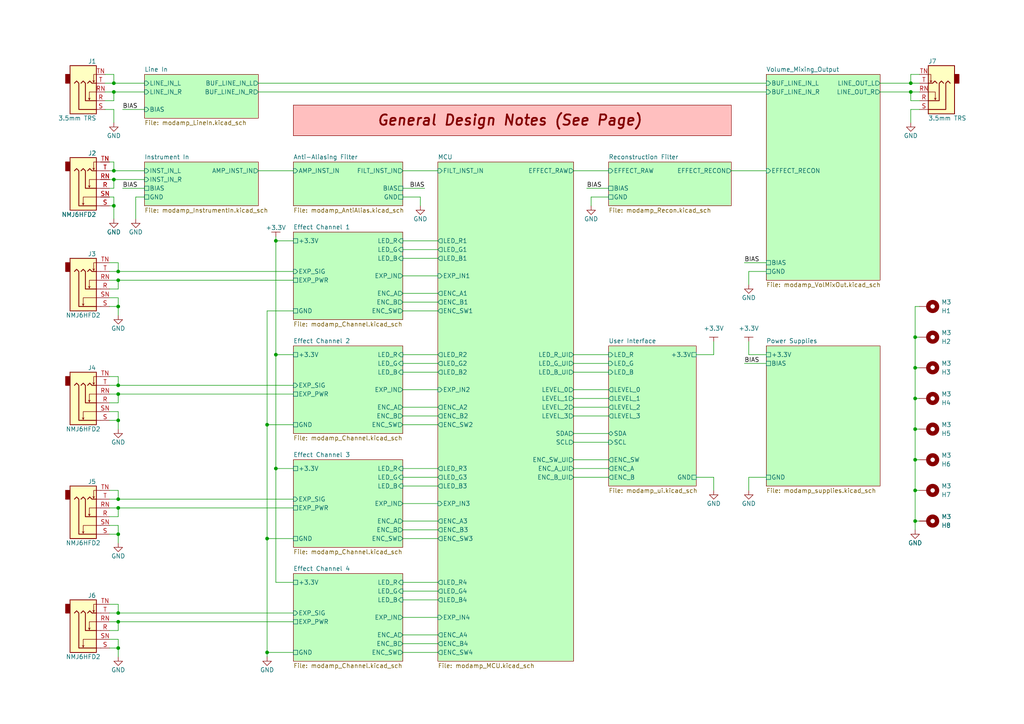
<source format=kicad_sch>
(kicad_sch (version 20230121) (generator eeschema)
  (paper "A4")
  (title_block (title "Digital Audio Effects Processor") (date "2023-11-26") (rev "A") (company "Ishaan Govindarajan"))
  (lib_symbols
    (symbol "Custom-Connector:35RAPC4BHN2"
      (property "Reference" "J" (at -3.81 5.08 0))
      (property "Value" "3.5mm TRS" (at -1.27 -11.43 0))
      (symbol "35RAPC4BHN2_0_1"
        (rectangle (start -5.08 -5.08) (end -6.35 -7.62) (stroke (width 0.254)) (fill (type outline)))
        (polyline (pts (xy 0.508 -0.254) (xy 0.762 -0.762)))
        (polyline (pts (xy 1.778 -5.334) (xy 2.032 -5.842)))
        (polyline (pts (xy 0 -5.08) (xy 0.635 -5.715) (xy 1.27 -5.08) (xy 2.54 -5.08)) (stroke (width 0.254)))
        (polyline (pts (xy 2.54 -7.62) (xy 1.778 -7.62) (xy 1.778 -5.334) (xy 1.524 -5.842)))
        (polyline (pts (xy 2.54 -2.54) (xy 0.508 -2.54) (xy 0.508 -0.254) (xy 0.254 -0.762)))
        (polyline (pts (xy -1.905 -5.08) (xy -1.27 -5.715) (xy -0.635 -5.08) (xy -0.635 0) (xy 2.54 0)) (stroke (width 0.254)))
        (polyline (pts (xy 2.54 2.54) (xy -2.54 2.54) (xy -2.54 -5.08) (xy -3.175 -5.715) (xy -3.81 -5.08)) (stroke (width 0.254)))
        (rectangle (start 2.54 3.81) (end -5.08 -10.16) (stroke (width 0.254)) (fill (type background)))
      )
      (symbol "35RAPC4BHN2_1_1"
        (pin passive line (at 5.08 0 180) (length 2.54) (name "~") (number "R"))
        (pin passive line (at 5.08 -2.54 180) (length 2.54) (name "~") (number "RN"))
        (pin passive line (at 5.08 2.54 180) (length 2.54) (name "~") (number "S"))
        (pin passive line (at 5.08 -5.08 180) (length 2.54) (name "~") (number "T"))
        (pin passive line (at 5.08 -7.62 180) (length 2.54) (name "~") (number "TN"))
      )
    )
    (symbol "Custom-Connector:NMJ6HFD2"
      (property "Reference" "J" (at 0 11.43 0))
      (property "Value" "NMJ6HFD2" (at 0 8.89 0))
      (symbol "NMJ6HFD2_0_1"
        (rectangle (start -6.35 -5.08) (end -7.62 -7.62) (stroke (width 0.254)) (fill (type outline)))
        (polyline (pts (xy -2.54 4.826) (xy -2.286 4.318)))
        (polyline (pts (xy -0.762 -0.254) (xy -0.508 -0.762)))
        (polyline (pts (xy 0.508 -5.334) (xy 0.762 -5.842)))
        (polyline (pts (xy 1.27 0) (xy 2.54 0)))
        (polyline (pts (xy 2.54 -5.08) (xy 1.27 -5.08)))
        (polyline (pts (xy 2.54 5.08) (xy 1.27 5.08)))
        (polyline (pts (xy -1.27 -5.08) (xy -0.635 -5.715) (xy 0 -5.08) (xy 1.27 -5.08)) (stroke (width 0.254)))
        (polyline (pts (xy 2.54 -7.62) (xy 0.508 -7.62) (xy 0.508 -5.334) (xy 0.254 -5.842)))
        (polyline (pts (xy 2.54 -2.54) (xy -0.762 -2.54) (xy -0.762 -0.254) (xy -1.016 -0.762)))
        (polyline (pts (xy 2.54 2.54) (xy -2.54 2.54) (xy -2.54 4.826) (xy -2.794 4.318)))
        (polyline (pts (xy -3.175 -5.08) (xy -2.54 -5.715) (xy -1.905 -5.08) (xy -1.905 0) (xy 1.27 0)) (stroke (width 0.254)))
        (polyline (pts (xy 1.27 5.08) (xy -3.81 5.08) (xy -3.81 -5.08) (xy -4.445 -5.715) (xy -5.08 -5.08)) (stroke (width 0.254)))
        (rectangle (start 1.27 6.35) (end -6.35 -8.89) (stroke (width 0.254)) (fill (type background)))
      )
      (symbol "NMJ6HFD2_1_1"
        (pin passive line (at 5.08 0 180) (length 2.54) (name "~") (number "R"))
        (pin passive line (at 5.08 -2.54 180) (length 2.54) (name "~") (number "RN"))
        (pin passive line (at 5.08 5.08 180) (length 2.54) (name "~") (number "S"))
        (pin passive line (at 5.08 2.54 180) (length 2.54) (name "~") (number "SN"))
        (pin passive line (at 5.08 -5.08 180) (length 2.54) (name "~") (number "T"))
        (pin passive line (at 5.08 -7.62 180) (length 2.54) (name "~") (number "TN"))
      )
    )
    (symbol "Custom-PwrSym:+3.3V" (power) (pin_names (offset 0))
      (property "Value" "+3.3V" (at 0 2.54 0))
      (symbol "+3.3V_0_1"
        (polyline (pts (xy -1.27 1.27) (xy 1.27 1.27)))
        (polyline (pts (xy 0 0) (xy 0 1.27)))
      )
      (symbol "+3.3V_1_1"
        (pin power_in line (at 0 0 90) (length 0) hide (name "+3.3V") (number "1"))
      )
    )
    (symbol "Mechanical:MountingHole_Pad" (pin_numbers hide) (pin_names (offset 1.016) hide)
      (property "Reference" "H" (at 0 6.35 0))
      (property "Value" "MountingHole_Pad" (at 0 4.445 0))
      (symbol "MountingHole_Pad_0_1"
        (circle (center 0 1.27) (radius 1.27) (stroke (width 1.27)))
      )
      (symbol "MountingHole_Pad_1_1"
        (pin input line (at 0 -2.54 90) (length 2.54) (name "1") (number "1"))
      )
    )
    (symbol "power:GND" (power) (pin_names (offset 0))
      (property "Value" "GND" (at 0 -3.81 0))
      (symbol "GND_0_1"
        (polyline (pts (xy 0 0) (xy 0 -1.27) (xy 1.27 -1.27) (xy 0 -2.54) (xy -1.27 -1.27) (xy 0 -1.27)))
      )
      (symbol "GND_1_1"
        (pin power_in line (at 0 0 270) (length 0) hide (name "GND") (number "1"))
      )
    )
  )
  (junction (at 33.02 52.07))
  (junction (at 265.43 133.35))
  (junction (at 77.47 123.19))
  (junction (at 34.29 187.96))
  (junction (at 34.29 121.92))
  (junction (at 34.29 114.3))
  (junction (at 77.47 189.23))
  (junction (at 265.43 142.24))
  (junction (at 34.29 78.74))
  (junction (at 34.29 147.32))
  (junction (at 33.02 26.67))
  (junction (at 34.29 81.28))
  (junction (at 34.29 144.78))
  (junction (at 77.47 156.21))
  (junction (at 265.43 151.13))
  (junction (at 33.02 59.69))
  (junction (at 80.01 69.85))
  (junction (at 34.29 111.76))
  (junction (at 80.01 135.89))
  (junction (at 80.01 102.87))
  (junction (at 265.43 97.79))
  (junction (at 34.29 177.8))
  (junction (at 265.43 115.57))
  (junction (at 33.02 49.53))
  (junction (at 34.29 88.9))
  (junction (at 34.29 180.34))
  (junction (at 265.43 124.46))
  (junction (at 264.16 26.67))
  (junction (at 34.29 154.94))
  (junction (at 33.02 24.13))
  (junction (at 264.16 24.13))
  (junction (at 265.43 106.68))
  (wire (pts (xy 217.17 142.24) (xy 217.17 138.43)))
  (wire (pts (xy 31.75 81.28) (xy 34.29 81.28)))
  (wire (pts (xy 116.84 146.05) (xy 127 146.05)))
  (wire (pts (xy 34.29 88.9) (xy 34.29 91.44)))
  (wire (pts (xy 80.01 102.87) (xy 85.09 102.87)))
  (wire (pts (xy 116.84 90.17) (xy 127 90.17)))
  (wire (pts (xy 31.75 86.36) (xy 34.29 86.36)))
  (wire (pts (xy 31.75 46.99) (xy 33.02 46.99)))
  (wire (pts (xy 34.29 121.92) (xy 34.29 124.46)))
  (wire (pts (xy 166.37 128.27) (xy 176.53 128.27)))
  (wire (pts (xy 166.37 107.95) (xy 176.53 107.95)))
  (wire (pts (xy 33.02 26.67) (xy 33.02 29.21)))
  (wire (pts (xy 80.01 68.58) (xy 80.01 69.85)))
  (wire (pts (xy 207.01 138.43) (xy 201.93 138.43)))
  (wire (pts (xy 33.02 35.56) (xy 33.02 31.75)))
  (wire (pts (xy 34.29 114.3) (xy 85.09 114.3)))
  (wire (pts (xy 33.02 24.13) (xy 41.91 24.13)))
  (wire (pts (xy 266.7 97.79) (xy 265.43 97.79)))
  (wire (pts (xy 33.02 57.15) (xy 31.75 57.15)))
  (wire (pts (xy 121.92 57.15) (xy 116.84 57.15)))
  (wire (pts (xy 85.09 189.23) (xy 77.47 189.23)))
  (wire (pts (xy 123.19 54.61) (xy 116.84 54.61)))
  (wire (pts (xy 166.37 118.11) (xy 176.53 118.11)))
  (wire (pts (xy 34.29 149.86) (xy 31.75 149.86)))
  (wire (pts (xy 85.09 144.78) (xy 34.29 144.78)))
  (wire (pts (xy 116.84 120.65) (xy 127 120.65)))
  (wire (pts (xy 85.09 111.76) (xy 34.29 111.76)))
  (wire (pts (xy 80.01 69.85) (xy 85.09 69.85)))
  (wire (pts (xy 116.84 189.23) (xy 127 189.23)))
  (wire (pts (xy 166.37 138.43) (xy 176.53 138.43)))
  (wire (pts (xy 33.02 29.21) (xy 30.48 29.21)))
  (wire (pts (xy 34.29 185.42) (xy 34.29 187.96)))
  (wire (pts (xy 34.29 147.32) (xy 34.29 149.86)))
  (wire (pts (xy 31.75 152.4) (xy 34.29 152.4)))
  (wire (pts (xy 255.27 26.67) (xy 264.16 26.67)))
  (wire (pts (xy 34.29 109.22) (xy 34.29 111.76)))
  (wire (pts (xy 166.37 125.73) (xy 176.53 125.73)))
  (wire (pts (xy 85.09 177.8) (xy 34.29 177.8)))
  (wire (pts (xy 116.84 102.87) (xy 127 102.87)))
  (wire (pts (xy 166.37 115.57) (xy 176.53 115.57)))
  (wire (pts (xy 34.29 86.36) (xy 34.29 88.9)))
  (wire (pts (xy 166.37 120.65) (xy 176.53 120.65)))
  (wire (pts (xy 74.93 24.13) (xy 222.25 24.13)))
  (wire (pts (xy 80.01 102.87) (xy 80.01 135.89)))
  (wire (pts (xy 217.17 138.43) (xy 222.25 138.43)))
  (wire (pts (xy 80.01 135.89) (xy 80.01 168.91)))
  (wire (pts (xy 77.47 123.19) (xy 77.47 156.21)))
  (wire (pts (xy 116.84 113.03) (xy 127 113.03)))
  (wire (pts (xy 31.75 88.9) (xy 34.29 88.9)))
  (wire (pts (xy 74.93 26.67) (xy 222.25 26.67)))
  (wire (pts (xy 33.02 26.67) (xy 41.91 26.67)))
  (wire (pts (xy 34.29 76.2) (xy 34.29 78.74)))
  (wire (pts (xy 116.84 118.11) (xy 127 118.11)))
  (wire (pts (xy 166.37 49.53) (xy 176.53 49.53)))
  (wire (pts (xy 31.75 180.34) (xy 34.29 180.34)))
  (wire (pts (xy 31.75 187.96) (xy 34.29 187.96)))
  (wire (pts (xy 116.84 74.93) (xy 127 74.93)))
  (wire (pts (xy 265.43 106.68) (xy 265.43 115.57)))
  (wire (pts (xy 171.45 57.15) (xy 171.45 59.69)))
  (wire (pts (xy 265.43 151.13) (xy 265.43 153.67)))
  (wire (pts (xy 116.84 179.07) (xy 127 179.07)))
  (wire (pts (xy 34.29 152.4) (xy 34.29 154.94)))
  (wire (pts (xy 264.16 26.67) (xy 264.16 29.21)))
  (wire (pts (xy 34.29 119.38) (xy 34.29 121.92)))
  (wire (pts (xy 31.75 175.26) (xy 34.29 175.26)))
  (wire (pts (xy 31.75 59.69) (xy 33.02 59.69)))
  (wire (pts (xy 116.84 186.69) (xy 127 186.69)))
  (wire (pts (xy 266.7 88.9) (xy 265.43 88.9)))
  (wire (pts (xy 31.75 177.8) (xy 34.29 177.8)))
  (wire (pts (xy 31.75 111.76) (xy 34.29 111.76)))
  (wire (pts (xy 121.92 57.15) (xy 121.92 59.69)))
  (wire (pts (xy 77.47 189.23) (xy 77.47 190.5)))
  (wire (pts (xy 207.01 142.24) (xy 207.01 138.43)))
  (wire (pts (xy 116.84 49.53) (xy 127 49.53)))
  (wire (pts (xy 33.02 49.53) (xy 41.91 49.53)))
  (wire (pts (xy 171.45 57.15) (xy 176.53 57.15)))
  (wire (pts (xy 215.9 105.41) (xy 222.25 105.41)))
  (wire (pts (xy 34.29 114.3) (xy 34.29 116.84)))
  (wire (pts (xy 77.47 156.21) (xy 77.47 189.23)))
  (wire (pts (xy 85.09 90.17) (xy 77.47 90.17)))
  (wire (pts (xy 116.84 153.67) (xy 127 153.67)))
  (wire (pts (xy 207.01 102.87) (xy 201.93 102.87)))
  (wire (pts (xy 264.16 24.13) (xy 266.7 24.13)))
  (wire (pts (xy 116.84 138.43) (xy 127 138.43)))
  (wire (pts (xy 116.84 135.89) (xy 127 135.89)))
  (wire (pts (xy 33.02 59.69) (xy 33.02 63.5)))
  (wire (pts (xy 166.37 102.87) (xy 176.53 102.87)))
  (wire (pts (xy 166.37 135.89) (xy 176.53 135.89)))
  (wire (pts (xy 116.84 140.97) (xy 127 140.97)))
  (wire (pts (xy 264.16 31.75) (xy 266.7 31.75)))
  (wire (pts (xy 217.17 102.87) (xy 222.25 102.87)))
  (wire (pts (xy 116.84 85.09) (xy 127 85.09)))
  (wire (pts (xy 116.84 156.21) (xy 127 156.21)))
  (wire (pts (xy 166.37 113.03) (xy 176.53 113.03)))
  (wire (pts (xy 116.84 171.45) (xy 127 171.45)))
  (wire (pts (xy 265.43 124.46) (xy 265.43 133.35)))
  (wire (pts (xy 265.43 115.57) (xy 265.43 124.46)))
  (wire (pts (xy 31.75 121.92) (xy 34.29 121.92)))
  (wire (pts (xy 264.16 29.21) (xy 266.7 29.21)))
  (wire (pts (xy 85.09 78.74) (xy 34.29 78.74)))
  (wire (pts (xy 217.17 78.74) (xy 222.25 78.74)))
  (wire (pts (xy 80.01 168.91) (xy 85.09 168.91)))
  (wire (pts (xy 34.29 187.96) (xy 34.29 190.5)))
  (wire (pts (xy 31.75 154.94) (xy 34.29 154.94)))
  (wire (pts (xy 215.9 76.2) (xy 222.25 76.2)))
  (wire (pts (xy 34.29 81.28) (xy 34.29 83.82)))
  (wire (pts (xy 34.29 182.88) (xy 31.75 182.88)))
  (wire (pts (xy 34.29 154.94) (xy 34.29 157.48)))
  (wire (pts (xy 212.09 49.53) (xy 222.25 49.53)))
  (wire (pts (xy 265.43 88.9) (xy 265.43 97.79)))
  (wire (pts (xy 116.84 105.41) (xy 127 105.41)))
  (wire (pts (xy 31.75 147.32) (xy 34.29 147.32)))
  (wire (pts (xy 116.84 80.01) (xy 127 80.01)))
  (wire (pts (xy 31.75 109.22) (xy 34.29 109.22)))
  (wire (pts (xy 264.16 26.67) (xy 266.7 26.67)))
  (wire (pts (xy 266.7 115.57) (xy 265.43 115.57)))
  (wire (pts (xy 116.84 123.19) (xy 127 123.19)))
  (wire (pts (xy 266.7 133.35) (xy 265.43 133.35)))
  (wire (pts (xy 33.02 26.67) (xy 30.48 26.67)))
  (wire (pts (xy 116.84 107.95) (xy 127 107.95)))
  (wire (pts (xy 33.02 31.75) (xy 30.48 31.75)))
  (wire (pts (xy 31.75 54.61) (xy 33.02 54.61)))
  (wire (pts (xy 217.17 99.06) (xy 217.17 102.87)))
  (wire (pts (xy 31.75 76.2) (xy 34.29 76.2)))
  (wire (pts (xy 170.18 54.61) (xy 176.53 54.61)))
  (wire (pts (xy 116.84 72.39) (xy 127 72.39)))
  (wire (pts (xy 34.29 81.28) (xy 85.09 81.28)))
  (wire (pts (xy 39.37 57.15) (xy 39.37 63.5)))
  (wire (pts (xy 33.02 52.07) (xy 41.91 52.07)))
  (wire (pts (xy 264.16 24.13) (xy 264.16 21.59)))
  (wire (pts (xy 39.37 57.15) (xy 41.91 57.15)))
  (wire (pts (xy 74.93 49.53) (xy 85.09 49.53)))
  (wire (pts (xy 31.75 144.78) (xy 34.29 144.78)))
  (wire (pts (xy 264.16 35.56) (xy 264.16 31.75)))
  (wire (pts (xy 34.29 180.34) (xy 34.29 182.88)))
  (wire (pts (xy 33.02 24.13) (xy 30.48 24.13)))
  (wire (pts (xy 35.56 31.75) (xy 41.91 31.75)))
  (wire (pts (xy 77.47 90.17) (xy 77.47 123.19)))
  (wire (pts (xy 31.75 78.74) (xy 34.29 78.74)))
  (wire (pts (xy 34.29 147.32) (xy 85.09 147.32)))
  (wire (pts (xy 217.17 82.55) (xy 217.17 78.74)))
  (wire (pts (xy 80.01 69.85) (xy 80.01 102.87)))
  (wire (pts (xy 85.09 123.19) (xy 77.47 123.19)))
  (wire (pts (xy 266.7 142.24) (xy 265.43 142.24)))
  (wire (pts (xy 34.29 116.84) (xy 31.75 116.84)))
  (wire (pts (xy 116.84 173.99) (xy 127 173.99)))
  (wire (pts (xy 34.29 142.24) (xy 34.29 144.78)))
  (wire (pts (xy 31.75 142.24) (xy 34.29 142.24)))
  (wire (pts (xy 116.84 69.85) (xy 127 69.85)))
  (wire (pts (xy 31.75 52.07) (xy 33.02 52.07)))
  (wire (pts (xy 33.02 54.61) (xy 33.02 52.07)))
  (wire (pts (xy 31.75 49.53) (xy 33.02 49.53)))
  (wire (pts (xy 265.43 97.79) (xy 265.43 106.68)))
  (wire (pts (xy 31.75 119.38) (xy 34.29 119.38)))
  (wire (pts (xy 33.02 21.59) (xy 30.48 21.59)))
  (wire (pts (xy 33.02 46.99) (xy 33.02 49.53)))
  (wire (pts (xy 116.84 168.91) (xy 127 168.91)))
  (wire (pts (xy 166.37 133.35) (xy 176.53 133.35)))
  (wire (pts (xy 35.56 54.61) (xy 41.91 54.61)))
  (wire (pts (xy 207.01 99.06) (xy 207.01 102.87)))
  (wire (pts (xy 266.7 124.46) (xy 265.43 124.46)))
  (wire (pts (xy 80.01 135.89) (xy 85.09 135.89)))
  (wire (pts (xy 116.84 87.63) (xy 127 87.63)))
  (wire (pts (xy 265.43 151.13) (xy 266.7 151.13)))
  (wire (pts (xy 31.75 114.3) (xy 34.29 114.3)))
  (wire (pts (xy 85.09 156.21) (xy 77.47 156.21)))
  (wire (pts (xy 31.75 185.42) (xy 34.29 185.42)))
  (wire (pts (xy 33.02 24.13) (xy 33.02 21.59)))
  (wire (pts (xy 166.37 105.41) (xy 176.53 105.41)))
  (wire (pts (xy 34.29 175.26) (xy 34.29 177.8)))
  (wire (pts (xy 116.84 184.15) (xy 127 184.15)))
  (wire (pts (xy 33.02 57.15) (xy 33.02 59.69)))
  (wire (pts (xy 265.43 142.24) (xy 265.43 151.13)))
  (wire (pts (xy 255.27 24.13) (xy 264.16 24.13)))
  (wire (pts (xy 116.84 151.13) (xy 127 151.13)))
  (wire (pts (xy 264.16 21.59) (xy 266.7 21.59)))
  (wire (pts (xy 34.29 83.82) (xy 31.75 83.82)))
  (wire (pts (xy 266.7 106.68) (xy 265.43 106.68)))
  (wire (pts (xy 265.43 133.35) (xy 265.43 142.24)))
  (wire (pts (xy 34.29 180.34) (xy 85.09 180.34)))
  (text "General Design Notes (See Page)" (at 109.22 36.83 0) (effects (font (size 3 3) (thickness 0.508) bold italic) (justify left bottom)))
  (label "BIAS" (at 35.56 31.75 0))
  (label "BIAS" (at 123.19 54.61 180))
  (label "BIAS" (at 35.56 54.61 0))
  (label "BIAS" (at 170.18 54.61 0))
  (label "BIAS" (at 215.9 76.2 0))
  (label "BIAS" (at 215.9 105.41 0))
  (symbol (lib_id "Custom-Connector:35RAPC4BHN2") (at 271.78 29.21 180) (unit 1)
    (property "Reference" "J7" (at 269.24 17.78 0) (effects (justify right)))
    (property "Value" "3.5mm TRS" (at 269.24 34.29 0) (effects (justify right)))
    (property "Footprint" "Custom-Connector:PJ-307" (effects hide))
    (property "Datasheet" "https://www.switchcraft.com/assets/1/24/35rapc__hn2_cd.pdf?4712" (effects hide))
    (property "Manufacturer" "Switchcraft Inc." (effects hide))
    (property "Part Number" "35RAPC4BHN2" (effects hide))
  )
  (symbol (lib_id "Mechanical:MountingHole_Pad") (at 269.24 142.24 270) (unit 1) (in_bom no)
    (property "Reference" "H7" (at 273.05 143.51 90) (effects (justify left)))
    (property "Value" "M3" (at 273.05 140.97 90) (effects (justify left)))
    (property "Footprint" "MountingHole:MountingHole_3.2mm_M3_Pad" (effects hide))
  )
  (symbol (lib_id "power:GND") (at 33.02 35.56 0) (mirror y) (unit 1)
    (property "Reference" "#PWR01" (effects hide))
    (property "Value" "GND" (at 33.02 39.37 0))
  )
  (symbol (lib_id "Custom-Connector:NMJ6HFD2") (at 26.67 83.82 0) (mirror x) (unit 1)
    (property "Reference" "J3" (at 26.67 73.66 0))
    (property "Value" "NMJ6HFD2" (at 24.13 91.44 0))
    (property "Footprint" "Custom-Connector:Jack_6.35mm_Neutrik_NMJ6HFD2_Horizontal" (effects hide))
    (property "Datasheet" "https://www.neutrik.com/media/8586/download/st-nmj6hfd2.PDF?v=4" (effects hide))
    (property "Manufacturer" "Neutrik" (effects hide))
    (property "Part Number" "NMJ6HFD2" (effects hide))
  )
  (symbol (lib_id "power:GND") (at 34.29 190.5 0) (mirror y) (unit 1)
    (property "Reference" "#PWR06" (effects hide))
    (property "Value" "GND" (at 34.29 194.31 0))
  )
  (symbol (lib_id "Mechanical:MountingHole_Pad") (at 269.24 88.9 270) (unit 1) (in_bom no)
    (property "Reference" "H1" (at 273.05 90.17 90) (effects (justify left)))
    (property "Value" "M3" (at 273.05 87.63 90) (effects (justify left)))
    (property "Footprint" "MountingHole:MountingHole_3.2mm_M3_Pad" (effects hide))
  )
  (symbol (lib_id "Custom-Connector:NMJ6HFD2") (at 26.67 116.84 0) (mirror x) (unit 1)
    (property "Reference" "J4" (at 26.67 106.68 0))
    (property "Value" "NMJ6HFD2" (at 24.13 124.46 0))
    (property "Footprint" "Custom-Connector:Jack_6.35mm_Neutrik_NMJ6HFD2_Horizontal" (effects hide))
    (property "Datasheet" "https://www.neutrik.com/media/8586/download/st-nmj6hfd2.PDF?v=4" (effects hide))
    (property "Manufacturer" "Neutrik" (effects hide))
    (property "Part Number" "NMJ6HFD2" (effects hide))
  )
  (symbol (lib_id "Mechanical:MountingHole_Pad") (at 269.24 106.68 270) (unit 1) (in_bom no)
    (property "Reference" "H3" (at 273.05 107.95 90) (effects (justify left)))
    (property "Value" "M3" (at 273.05 105.41 90) (effects (justify left)))
    (property "Footprint" "MountingHole:MountingHole_3.2mm_M3_Pad" (effects hide))
  )
  (symbol (lib_id "power:GND") (at 39.37 63.5 0) (unit 1)
    (property "Reference" "#PWR07" (effects hide))
    (property "Value" "GND" (at 39.37 67.31 0))
  )
  (symbol (lib_id "Custom-PwrSym:+3.3V") (at 80.01 68.58 0) (unit 1)
    (property "Reference" "#PWR09" (effects hide))
    (property "Value" "+3.3V" (at 80.01 66.04 0))
  )
  (symbol (lib_id "power:GND") (at 217.17 142.24 0) (unit 1)
    (property "Reference" "#PWR014" (effects hide))
    (property "Value" "GND" (at 217.17 146.05 0))
  )
  (symbol (lib_id "Mechanical:MountingHole_Pad") (at 269.24 97.79 270) (unit 1) (in_bom no)
    (property "Reference" "H2" (at 273.05 99.06 90) (effects (justify left)))
    (property "Value" "M3" (at 273.05 96.52 90) (effects (justify left)))
    (property "Footprint" "MountingHole:MountingHole_3.2mm_M3_Pad" (effects hide))
  )
  (symbol (lib_id "power:GND") (at 34.29 157.48 0) (mirror y) (unit 1)
    (property "Reference" "#PWR05" (effects hide))
    (property "Value" "GND" (at 34.29 161.29 0))
  )
  (symbol (lib_id "Mechanical:MountingHole_Pad") (at 269.24 151.13 270) (unit 1) (in_bom no)
    (property "Reference" "H8" (at 273.05 152.4 90) (effects (justify left)))
    (property "Value" "M3" (at 273.05 149.86 90) (effects (justify left)))
    (property "Footprint" "MountingHole:MountingHole_3.2mm_M3_Pad" (effects hide))
  )
  (symbol (lib_id "power:GND") (at 33.02 63.5 0) (mirror y) (unit 1)
    (property "Reference" "#PWR02" (effects hide))
    (property "Value" "GND" (at 33.02 67.31 0))
  )
  (symbol (lib_id "power:GND") (at 264.16 35.56 0) (unit 1)
    (property "Reference" "#PWR015" (effects hide))
    (property "Value" "GND" (at 264.16 39.37 0))
  )
  (symbol (lib_id "power:GND") (at 207.01 142.24 0) (mirror y) (unit 1)
    (property "Reference" "#PWR011" (effects hide))
    (property "Value" "GND" (at 207.01 146.05 0))
  )
  (symbol (lib_id "power:GND") (at 77.47 190.5 0) (unit 1)
    (property "Reference" "#PWR08" (effects hide))
    (property "Value" "GND" (at 77.47 194.31 0))
  )
  (symbol (lib_id "power:GND") (at 265.43 153.67 0) (mirror y) (unit 1)
    (property "Reference" "#PWR016" (effects hide))
    (property "Value" "GND" (at 265.43 157.48 0))
  )
  (symbol (lib_id "Custom-Connector:NMJ6HFD2") (at 26.67 182.88 0) (mirror x) (unit 1)
    (property "Reference" "J6" (at 26.67 172.72 0))
    (property "Value" "NMJ6HFD2" (at 24.13 190.5 0))
    (property "Footprint" "Custom-Connector:Jack_6.35mm_Neutrik_NMJ6HFD2_Horizontal" (effects hide))
    (property "Datasheet" "https://www.neutrik.com/media/8586/download/st-nmj6hfd2.PDF?v=4" (effects hide))
    (property "Manufacturer" "Neutrik" (effects hide))
    (property "Part Number" "NMJ6HFD2" (effects hide))
  )
  (symbol (lib_id "Custom-PwrSym:+3.3V") (at 217.17 99.06 0) (unit 1)
    (property "Reference" "#PWR013" (effects hide))
    (property "Value" "+3.3V" (at 217.17 95.25 0))
  )
  (symbol (lib_id "Custom-Connector:NMJ6HFD2") (at 26.67 149.86 0) (mirror x) (unit 1)
    (property "Reference" "J5" (at 26.67 139.7 0))
    (property "Value" "NMJ6HFD2" (at 24.13 157.48 0))
    (property "Footprint" "Custom-Connector:Jack_6.35mm_Neutrik_NMJ6HFD2_Horizontal" (effects hide))
    (property "Datasheet" "https://www.neutrik.com/media/8586/download/st-nmj6hfd2.PDF?v=4" (effects hide))
    (property "Manufacturer" "Neutrik" (effects hide))
    (property "Part Number" "NMJ6HFD2" (effects hide))
  )
  (symbol (lib_id "power:GND") (at 121.92 59.69 0) (mirror y) (unit 1)
    (property "Reference" "#PWR028" (effects hide))
    (property "Value" "GND" (at 121.92 63.5 0))
  )
  (symbol (lib_id "Mechanical:MountingHole_Pad") (at 269.24 133.35 270) (unit 1) (in_bom no)
    (property "Reference" "H6" (at 273.05 134.62 90) (effects (justify left)))
    (property "Value" "M3" (at 273.05 132.08 90) (effects (justify left)))
    (property "Footprint" "MountingHole:MountingHole_3.2mm_M3_Pad" (effects hide))
  )
  (symbol (lib_id "power:GND") (at 171.45 59.69 0) (unit 1)
    (property "Reference" "#PWR029" (effects hide))
    (property "Value" "GND" (at 171.45 63.5 0))
  )
  (symbol (lib_id "power:GND") (at 34.29 124.46 0) (mirror y) (unit 1)
    (property "Reference" "#PWR04" (effects hide))
    (property "Value" "GND" (at 34.29 128.27 0))
  )
  (symbol (lib_id "power:GND") (at 217.17 82.55 0) (unit 1)
    (property "Reference" "#PWR012" (effects hide))
    (property "Value" "GND" (at 217.17 86.36 0))
  )
  (symbol (lib_id "Mechanical:MountingHole_Pad") (at 269.24 124.46 270) (unit 1) (in_bom no)
    (property "Reference" "H5" (at 273.05 125.73 90) (effects (justify left)))
    (property "Value" "M3" (at 273.05 123.19 90) (effects (justify left)))
    (property "Footprint" "MountingHole:MountingHole_3.2mm_M3_Pad" (effects hide))
  )
  (symbol (lib_id "Mechanical:MountingHole_Pad") (at 269.24 115.57 270) (unit 1) (in_bom no)
    (property "Reference" "H4" (at 273.05 116.84 90) (effects (justify left)))
    (property "Value" "M3" (at 273.05 114.3 90) (effects (justify left)))
    (property "Footprint" "MountingHole:MountingHole_3.2mm_M3_Pad" (effects hide))
  )
  (symbol (lib_id "Custom-PwrSym:+3.3V") (at 207.01 99.06 0) (mirror y) (unit 1)
    (property "Reference" "#PWR010" (effects hide))
    (property "Value" "+3.3V" (at 207.01 95.25 0))
  )
  (symbol (lib_id "Custom-Connector:NMJ6HFD2") (at 26.67 54.61 0) (mirror x) (unit 1)
    (property "Reference" "J2" (at 27.94 44.45 0) (effects (justify right)))
    (property "Value" "NMJ6HFD2" (at 27.94 62.23 0) (effects (justify right)))
    (property "Footprint" "Custom-Connector:Jack_6.35mm_Neutrik_NMJ6HFD2_Horizontal" (effects hide))
    (property "Datasheet" "https://www.neutrik.com/media/8586/download/st-nmj6hfd2.PDF?v=4" (effects hide))
    (property "Manufacturer" "Neutrik" (effects hide))
    (property "Part Number" "NMJ6HFD2" (effects hide))
  )
  (symbol (lib_id "power:GND") (at 34.29 91.44 0) (mirror y) (unit 1)
    (property "Reference" "#PWR03" (effects hide))
    (property "Value" "GND" (at 34.29 95.25 0))
  )
  (symbol (lib_id "Custom-Connector:35RAPC4BHN2") (at 25.4 29.21 0) (mirror x) (unit 1)
    (property "Reference" "J1" (at 27.94 17.78 0) (effects (justify right)))
    (property "Value" "3.5mm TRS" (at 27.94 34.29 0) (effects (justify right)))
    (property "Footprint" "Custom-Connector:PJ-307" (effects hide))
    (property "Datasheet" "https://www.switchcraft.com/assets/1/24/35rapc__hn2_cd.pdf?4712" (effects hide))
    (property "Manufacturer" "Switchcraft Inc." (effects hide))
    (property "Part Number" "35RAPC4BHN2" (effects hide))
  )
  (sheet (at 85.09 46.99) (size 31.75 12.7) (stroke (width 0.1524)) (fill (color 191 255 191 1.0000))
    (property "Sheetname" "Anti-Aliasing Filter" (at 85.09 46.2784 0) (effects (justify left bottom)))
    (property "Sheetfile" "modamp_AntiAlias.kicad_sch" (at 85.09 60.2746 0) (effects (justify left top)))
    (pin "FILT_INST_IN" output (at 116.84 49.53 0))
    (pin "AMP_INST_IN" input (at 85.09 49.53 180))
    (pin "BIAS" passive (at 116.84 54.61 0))
    (pin "GND" passive (at 116.84 57.15 0))
  )
  (sheet (at 222.25 100.33) (size 33.02 40.64) (stroke (width 0.1524)) (fill (color 191 255 191 1.0000))
    (property "Sheetname" "Power Supplies" (at 222.25 99.6184 0) (effects (justify left bottom)))
    (property "Sheetfile" "modamp_supplies.kicad_sch" (at 222.25 141.5546 0) (effects (justify left top)))
    (pin "+3.3V" passive (at 222.25 102.87 180))
    (pin "GND" passive (at 222.25 138.43 180))
    (pin "BIAS" passive (at 222.25 105.41 180))
  )
  (sheet (at 85.09 166.37) (size 31.75 25.4) (stroke (width 0.1524)) (fill (color 191 255 191 1.0000))
    (property "Sheetname" "Effect Channel 4" (at 85.09 165.6584 0) (effects (justify left bottom)))
    (property "Sheetfile" "modamp_Channel.kicad_sch" (at 85.09 192.3546 0) (effects (justify left top)))
    (pin "LED_R" input (at 116.84 168.91 0))
    (pin "LED_G" input (at 116.84 171.45 0))
    (pin "LED_B" input (at 116.84 173.99 0))
    (pin "+3.3V" passive (at 85.09 168.91 180))
    (pin "EXP_IN" output (at 116.84 179.07 0))
    (pin "GND" passive (at 85.09 189.23 180))
    (pin "ENC_A" output (at 116.84 184.15 0))
    (pin "ENC_B" output (at 116.84 186.69 0))
    (pin "ENC_SW" output (at 116.84 189.23 0))
    (pin "EXP_SIG" input (at 85.09 177.8 180))
    (pin "EXP_PWR" passive (at 85.09 180.34 180))
  )
  (sheet (at 176.53 46.99) (size 35.56 12.7) (stroke (width 0.1524)) (fill (color 191 255 191 1.0000))
    (property "Sheetname" "Reconstruction Filter" (at 176.53 46.2784 0) (effects (justify left bottom)))
    (property "Sheetfile" "modamp_Recon.kicad_sch" (at 176.53 60.2746 0) (effects (justify left top)))
    (pin "BIAS" passive (at 176.53 54.61 180))
    (pin "EFFECT_RECON" output (at 212.09 49.53 0))
    (pin "EFFECT_RAW" input (at 176.53 49.53 180))
    (pin "GND" passive (at 176.53 57.15 180))
  )
  (sheet (at 176.53 100.33) (size 25.4 40.64) (stroke (width 0.1524)) (fill (color 191 255 191 1.0000))
    (property "Sheetname" "User Interface" (at 176.53 99.6184 0) (effects (justify left bottom)))
    (property "Sheetfile" "modamp_ui.kicad_sch" (at 176.53 141.5546 0) (effects (justify left top)))
    (pin "LEVEL_2" output (at 176.53 118.11 180))
    (pin "LEVEL_1" output (at 176.53 115.57 180))
    (pin "LEVEL_0" output (at 176.53 113.03 180))
    (pin "+3.3V" passive (at 201.93 102.87 0))
    (pin "SDA" bidirectional (at 176.53 125.73 180))
    (pin "SCL" input (at 176.53 128.27 180))
    (pin "LEVEL_3" output (at 176.53 120.65 180))
    (pin "ENC_SW" output (at 176.53 133.35 180))
    (pin "ENC_A" output (at 176.53 135.89 180))
    (pin "ENC_B" output (at 176.53 138.43 180))
    (pin "GND" passive (at 201.93 138.43 0))
    (pin "LED_R" input (at 176.53 102.87 180))
    (pin "LED_G" input (at 176.53 105.41 180))
    (pin "LED_B" input (at 176.53 107.95 180))
  )
  (sheet (at 41.91 46.99) (size 33.02 12.7) (stroke (width 0.1524)) (fill (color 191 255 191 1.0000))
    (property "Sheetname" "Instrument In" (at 41.91 46.2784 0) (effects (justify left bottom)))
    (property "Sheetfile" "modamp_InstrumentIn.kicad_sch" (at 41.91 60.2746 0) (effects (justify left top)))
    (pin "BIAS" passive (at 41.91 54.61 180))
    (pin "AMP_INST_IN" output (at 74.93 49.53 0))
    (pin "INST_IN_L" input (at 41.91 49.53 180))
    (pin "INST_IN_R" input (at 41.91 52.07 180))
    (pin "GND" passive (at 41.91 57.15 180))
  )
  (sheet (at 85.09 30.48) (size 127 8.89) (stroke (width 0.1524)) (fill (color 255 191 191 1.0000))
    (property "Sheetname" "Design Notes" (effects hide))
    (property "Sheetfile" "modamp_DesignNotes.kicad_sch" (effects hide))
  )
  (sheet (at 85.09 100.33) (size 31.75 25.4) (stroke (width 0.1524)) (fill (color 191 255 191 1.0000))
    (property "Sheetname" "Effect Channel 2" (at 85.09 99.6184 0) (effects (justify left bottom)))
    (property "Sheetfile" "modamp_Channel.kicad_sch" (at 85.09 126.3146 0) (effects (justify left top)))
    (pin "LED_R" input (at 116.84 102.87 0))
    (pin "LED_G" input (at 116.84 105.41 0))
    (pin "LED_B" input (at 116.84 107.95 0))
    (pin "+3.3V" passive (at 85.09 102.87 180))
    (pin "EXP_IN" output (at 116.84 113.03 0))
    (pin "GND" passive (at 85.09 123.19 180))
    (pin "ENC_A" output (at 116.84 118.11 0))
    (pin "ENC_B" output (at 116.84 120.65 0))
    (pin "ENC_SW" output (at 116.84 123.19 0))
    (pin "EXP_SIG" input (at 85.09 111.76 180))
    (pin "EXP_PWR" passive (at 85.09 114.3 180))
  )
  (sheet (at 127 46.99) (size 39.37 144.78) (stroke (width 0.1524)) (fill (color 191 255 191 1.0000))
    (property "Sheetname" "MCU" (at 127 46.2784 0) (effects (justify left bottom)))
    (property "Sheetfile" "modamp_MCU.kicad_sch" (at 127 192.3546 0) (effects (justify left top)))
    (pin "LED_B3" output (at 127 140.97 180))
    (pin "LED_R4" output (at 127 168.91 180))
    (pin "LED_G4" output (at 127 171.45 180))
    (pin "LED_B4" output (at 127 173.99 180))
    (pin "LED_R2" output (at 127 102.87 180))
    (pin "LED_G2" output (at 127 105.41 180))
    (pin "LED_B2" output (at 127 107.95 180))
    (pin "LED_R1" output (at 127 69.85 180))
    (pin "LED_G1" output (at 127 72.39 180))
    (pin "LED_B1" output (at 127 74.93 180))
    (pin "LED_R3" output (at 127 135.89 180))
    (pin "LED_G3" output (at 127 138.43 180))
    (pin "EFFECT_RAW" output (at 166.37 49.53 0))
    (pin "SCL" output (at 166.37 128.27 0))
    (pin "FILT_INST_IN" input (at 127 49.53 180))
    (pin "EXP_IN1" input (at 127 80.01 180))
    (pin "EXP_IN2" input (at 127 113.03 180))
    (pin "EXP_IN3" input (at 127 146.05 180))
    (pin "EXP_IN4" input (at 127 179.07 180))
    (pin "SDA" output (at 166.37 125.73 0))
    (pin "LED_G_UI" output (at 166.37 105.41 0))
    (pin "LED_R_UI" output (at 166.37 102.87 0))
    (pin "LED_B_UI" output (at 166.37 107.95 0))
    (pin "LEVEL_2" output (at 166.37 118.11 0))
    (pin "LEVEL_0" output (at 166.37 113.03 0))
    (pin "LEVEL_1" output (at 166.37 115.57 0))
    (pin "LEVEL_3" output (at 166.37 120.65 0))
    (pin "ENC_A_UI" output (at 166.37 135.89 0))
    (pin "ENC_B4" output (at 127 186.69 180))
    (pin "ENC_SW1" output (at 127 90.17 180))
    (pin "ENC_SW4" output (at 127 189.23 180))
    (pin "ENC_SW3" output (at 127 156.21 180))
    (pin "ENC_SW_UI" output (at 166.37 133.35 0))
    (pin "ENC_SW2" output (at 127 123.19 180))
    (pin "ENC_A3" output (at 127 151.13 180))
    (pin "ENC_B3" output (at 127 153.67 180))
    (pin "ENC_B2" output (at 127 120.65 180))
    (pin "ENC_A4" output (at 127 184.15 180))
    (pin "ENC_A1" output (at 127 85.09 180))
    (pin "ENC_A2" output (at 127 118.11 180))
    (pin "ENC_B1" output (at 127 87.63 180))
    (pin "ENC_B_UI" output (at 166.37 138.43 0))
  )
  (sheet (at 222.25 21.59) (size 33.02 59.69) (stroke (width 0.1524)) (fill (color 191 255 191 1.0000))
    (property "Sheetname" "Volume_Mixing_Output" (at 222.25 20.8784 0) (effects (justify left bottom)))
    (property "Sheetfile" "modamp_VolMixOut.kicad_sch" (at 222.25 81.8646 0) (effects (justify left top)))
    (pin "LINE_OUT_R" output (at 255.27 26.67 0))
    (pin "LINE_OUT_L" output (at 255.27 24.13 0))
    (pin "BUF_LINE_IN_L" input (at 222.25 24.13 180))
    (pin "GND" passive (at 222.25 78.74 180))
    (pin "BIAS" passive (at 222.25 76.2 180))
    (pin "BUF_LINE_IN_R" input (at 222.25 26.67 180))
    (pin "EFFECT_RECON" input (at 222.25 49.53 180))
  )
  (sheet (at 41.91 21.59) (size 33.02 12.7) (stroke (width 0.1524)) (fill (color 191 255 191 1.0000))
    (property "Sheetname" "Line In" (at 41.91 20.8784 0) (effects (justify left bottom)))
    (property "Sheetfile" "modamp_LineIn.kicad_sch" (at 41.91 34.8746 0) (effects (justify left top)))
    (pin "BUF_LINE_IN_R" output (at 74.93 26.67 0))
    (pin "BUF_LINE_IN_L" output (at 74.93 24.13 0))
    (pin "LINE_IN_L" input (at 41.91 24.13 180))
    (pin "BIAS" input (at 41.91 31.75 180))
    (pin "LINE_IN_R" input (at 41.91 26.67 180))
  )
  (sheet (at 85.09 133.35) (size 31.75 25.4) (stroke (width 0.1524)) (fill (color 191 255 191 1.0000))
    (property "Sheetname" "Effect Channel 3" (at 85.09 132.6384 0) (effects (justify left bottom)))
    (property "Sheetfile" "modamp_Channel.kicad_sch" (at 85.09 159.3346 0) (effects (justify left top)))
    (pin "LED_R" input (at 116.84 135.89 0))
    (pin "LED_G" input (at 116.84 138.43 0))
    (pin "LED_B" input (at 116.84 140.97 0))
    (pin "+3.3V" passive (at 85.09 135.89 180))
    (pin "EXP_IN" output (at 116.84 146.05 0))
    (pin "GND" passive (at 85.09 156.21 180))
    (pin "ENC_A" output (at 116.84 151.13 0))
    (pin "ENC_B" output (at 116.84 153.67 0))
    (pin "ENC_SW" output (at 116.84 156.21 0))
    (pin "EXP_SIG" input (at 85.09 144.78 180))
    (pin "EXP_PWR" passive (at 85.09 147.32 180))
  )
  (sheet (at 85.09 67.31) (size 31.75 25.4) (stroke (width 0.1524)) (fill (color 191 255 191 1.0000))
    (property "Sheetname" "Effect Channel 1" (at 85.09 66.5984 0) (effects (justify left bottom)))
    (property "Sheetfile" "modamp_Channel.kicad_sch" (at 85.09 93.2946 0) (effects (justify left top)))
    (pin "LED_R" input (at 116.84 69.85 0))
    (pin "LED_G" input (at 116.84 72.39 0))
    (pin "LED_B" input (at 116.84 74.93 0))
    (pin "+3.3V" passive (at 85.09 69.85 180))
    (pin "EXP_IN" output (at 116.84 80.01 0))
    (pin "GND" passive (at 85.09 90.17 180))
    (pin "ENC_A" output (at 116.84 85.09 0))
    (pin "ENC_B" output (at 116.84 87.63 0))
    (pin "ENC_SW" output (at 116.84 90.17 0))
    (pin "EXP_SIG" input (at 85.09 78.74 180))
    (pin "EXP_PWR" passive (at 85.09 81.28 180))
  )
)
</source>
